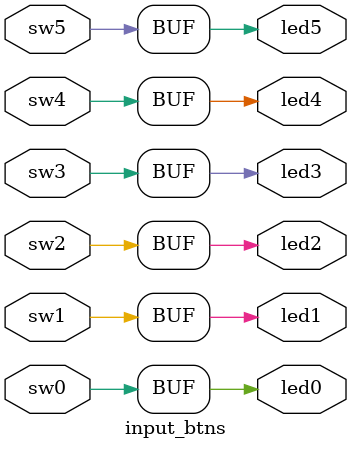
<source format=v>
`timescale 1ns / 1ps


module input_btns(
output led0,
    output led1,
    output led2,
    output led3,
    output led4,
    output led5,
    input sw0,
    input sw1,
    input sw2,
    input sw3,
    input sw4,
    input sw5
    );
    
 assign led0 = sw0;
 assign led1 = sw1;
 assign led2 = sw2;
 assign led3 = sw3;
 assign led4 = sw4;
 assign led5 = sw5;

endmodule

</source>
